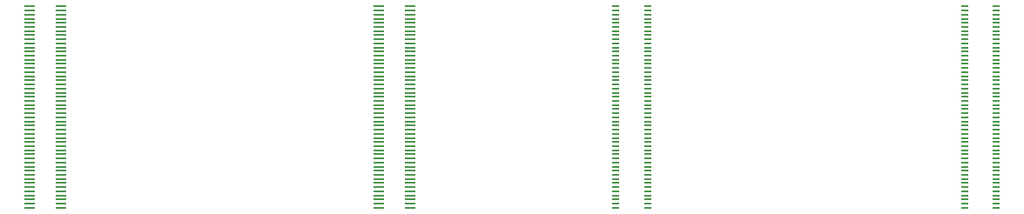
<source format=gbr>
%TF.GenerationSoftware,KiCad,Pcbnew,5.99.0-unknown-693fbf9073~128~ubuntu20.04.1*%
%TF.CreationDate,2021-05-10T18:04:36-05:00*%
%TF.ProjectId,RasPiCM4ConnectorTest,52617350-6943-44d3-9443-6f6e6e656374,rev?*%
%TF.SameCoordinates,Original*%
%TF.FileFunction,Copper,L1,Top*%
%TF.FilePolarity,Positive*%
%FSLAX46Y46*%
G04 Gerber Fmt 4.6, Leading zero omitted, Abs format (unit mm)*
G04 Created by KiCad (PCBNEW 5.99.0-unknown-693fbf9073~128~ubuntu20.04.1) date 2021-05-10 18:04:36*
%MOMM*%
%LPD*%
G01*
G04 APERTURE LIST*
%TA.AperFunction,SMDPad,CuDef*%
%ADD10R,0.700000X0.200000*%
%TD*%
%TA.AperFunction,SMDPad,CuDef*%
%ADD11R,1.000000X0.220000*%
%TD*%
G04 APERTURE END LIST*
D10*
%TO.P,Module2,200,HDMI0_SCL*%
%TO.N,unconnected-(Module2-Pad200)*%
X176460000Y-112800000D03*
%TO.P,Module2,199,HDMI0_SDA*%
%TO.N,unconnected-(Module2-Pad199)*%
X173380000Y-112800000D03*
%TO.P,Module2,198,GND*%
%TO.N,unconnected-(Module2-Pad198)*%
X176460000Y-112400000D03*
%TO.P,Module2,197,GND*%
%TO.N,unconnected-(Module2-Pad197)*%
X173380000Y-112400000D03*
%TO.P,Module2,196,DSI1_D3_P*%
%TO.N,unconnected-(Module2-Pad196)*%
X176460000Y-112000000D03*
%TO.P,Module2,195,DSI1_D2_P*%
%TO.N,unconnected-(Module2-Pad195)*%
X173380000Y-112000000D03*
%TO.P,Module2,194,DSI1_D3_N*%
%TO.N,unconnected-(Module2-Pad194)*%
X176460000Y-111600000D03*
%TO.P,Module2,193,DSI1_D2_N*%
%TO.N,unconnected-(Module2-Pad193)*%
X173380000Y-111600000D03*
%TO.P,Module2,192,GND*%
%TO.N,unconnected-(Module2-Pad192)*%
X176460000Y-111200000D03*
%TO.P,Module2,191,GND*%
%TO.N,unconnected-(Module2-Pad191)*%
X173380000Y-111200000D03*
%TO.P,Module2,190,HDMI0_CLK_N*%
%TO.N,unconnected-(Module2-Pad190)*%
X176460000Y-110800000D03*
%TO.P,Module2,189,DSI1_C_P*%
%TO.N,unconnected-(Module2-Pad189)*%
X173380000Y-110800000D03*
%TO.P,Module2,188,HDMI0_CLK_P*%
%TO.N,unconnected-(Module2-Pad188)*%
X176460000Y-110400000D03*
%TO.P,Module2,187,DSI1_C_N*%
%TO.N,unconnected-(Module2-Pad187)*%
X173380000Y-110400000D03*
%TO.P,Module2,186,GND*%
%TO.N,unconnected-(Module2-Pad186)*%
X176460000Y-110000000D03*
%TO.P,Module2,185,GND*%
%TO.N,unconnected-(Module2-Pad185)*%
X173380000Y-110000000D03*
%TO.P,Module2,184,HDMI0_TX0_N*%
%TO.N,unconnected-(Module2-Pad184)*%
X176460000Y-109600000D03*
%TO.P,Module2,183,DSI1_D1_P*%
%TO.N,unconnected-(Module2-Pad183)*%
X173380000Y-109600000D03*
%TO.P,Module2,182,HDMI0_TX0_P*%
%TO.N,unconnected-(Module2-Pad182)*%
X176460000Y-109200000D03*
%TO.P,Module2,181,DSI1_D1_N*%
%TO.N,unconnected-(Module2-Pad181)*%
X173380000Y-109200000D03*
%TO.P,Module2,180,GND*%
%TO.N,unconnected-(Module2-Pad180)*%
X176460000Y-108800000D03*
%TO.P,Module2,179,GND*%
%TO.N,unconnected-(Module2-Pad179)*%
X173380000Y-108800000D03*
%TO.P,Module2,178,HDMI0_TX1_N*%
%TO.N,unconnected-(Module2-Pad178)*%
X176460000Y-108400000D03*
%TO.P,Module2,177,DSI1_D0_P*%
%TO.N,unconnected-(Module2-Pad177)*%
X173380000Y-108400000D03*
%TO.P,Module2,176,HDMI0_TX1_P*%
%TO.N,unconnected-(Module2-Pad176)*%
X176460000Y-108000000D03*
%TO.P,Module2,175,DSI1_D0_N*%
%TO.N,unconnected-(Module2-Pad175)*%
X173380000Y-108000000D03*
%TO.P,Module2,174,GND*%
%TO.N,unconnected-(Module2-Pad174)*%
X176460000Y-107600000D03*
%TO.P,Module2,173,GND*%
%TO.N,unconnected-(Module2-Pad173)*%
X173380000Y-107600000D03*
%TO.P,Module2,172,HDMI0_TX2_N*%
%TO.N,unconnected-(Module2-Pad172)*%
X176460000Y-107200000D03*
%TO.P,Module2,171,DSI0_C_P*%
%TO.N,unconnected-(Module2-Pad171)*%
X173380000Y-107200000D03*
%TO.P,Module2,170,HDMI0_TX2_P*%
%TO.N,unconnected-(Module2-Pad170)*%
X176460000Y-106800000D03*
%TO.P,Module2,169,DSI0_C_N*%
%TO.N,unconnected-(Module2-Pad169)*%
X173380000Y-106800000D03*
%TO.P,Module2,168,GND*%
%TO.N,unconnected-(Module2-Pad168)*%
X176460000Y-106400000D03*
%TO.P,Module2,167,GND*%
%TO.N,unconnected-(Module2-Pad167)*%
X173380000Y-106400000D03*
%TO.P,Module2,166,HDMI1_CLK_N*%
%TO.N,unconnected-(Module2-Pad166)*%
X176460000Y-106000000D03*
%TO.P,Module2,165,DSI0_D1_P*%
%TO.N,unconnected-(Module2-Pad165)*%
X173380000Y-106000000D03*
%TO.P,Module2,164,HDMI1_CLK_P*%
%TO.N,unconnected-(Module2-Pad164)*%
X176460000Y-105600000D03*
%TO.P,Module2,163,DSI0_D1_N*%
%TO.N,unconnected-(Module2-Pad163)*%
X173380000Y-105600000D03*
%TO.P,Module2,162,GND*%
%TO.N,unconnected-(Module2-Pad162)*%
X176460000Y-105200000D03*
%TO.P,Module2,161,GND*%
%TO.N,unconnected-(Module2-Pad161)*%
X173380000Y-105200000D03*
%TO.P,Module2,160,HDMI1_TX0_N*%
%TO.N,unconnected-(Module2-Pad160)*%
X176460000Y-104800000D03*
%TO.P,Module2,159,DSI0_D0_P*%
%TO.N,unconnected-(Module2-Pad159)*%
X173380000Y-104800000D03*
%TO.P,Module2,158,HDMI1_TX0_P*%
%TO.N,unconnected-(Module2-Pad158)*%
X176460000Y-104400000D03*
%TO.P,Module2,157,DSI0_D0_N*%
%TO.N,unconnected-(Module2-Pad157)*%
X173380000Y-104400000D03*
%TO.P,Module2,156,GND*%
%TO.N,unconnected-(Module2-Pad156)*%
X176460000Y-104000000D03*
%TO.P,Module2,155,GND*%
%TO.N,unconnected-(Module2-Pad155)*%
X173380000Y-104000000D03*
%TO.P,Module2,154,HDMI1_TX1_N*%
%TO.N,unconnected-(Module2-Pad154)*%
X176460000Y-103600000D03*
%TO.P,Module2,153,HDMI0_HOTPLUG*%
%TO.N,unconnected-(Module2-Pad153)*%
X173380000Y-103600000D03*
%TO.P,Module2,152,HDMI1_TX1_P*%
%TO.N,unconnected-(Module2-Pad152)*%
X176460000Y-103200000D03*
%TO.P,Module2,151,HDMI0_CEC*%
%TO.N,unconnected-(Module2-Pad151)*%
X173380000Y-103200000D03*
%TO.P,Module2,150,GND*%
%TO.N,unconnected-(Module2-Pad150)*%
X176460000Y-102800000D03*
%TO.P,Module2,149,HDMI1_CEC*%
%TO.N,unconnected-(Module2-Pad149)*%
X173380000Y-102800000D03*
%TO.P,Module2,148,HDMI1_TX2_N*%
%TO.N,unconnected-(Module2-Pad148)*%
X176460000Y-102400000D03*
%TO.P,Module2,147,HDMI1_SCL*%
%TO.N,unconnected-(Module2-Pad147)*%
X173380000Y-102400000D03*
%TO.P,Module2,146,HDMI1_TX2_P*%
%TO.N,unconnected-(Module2-Pad146)*%
X176460000Y-102000000D03*
%TO.P,Module2,145,HDMI1_SDA*%
%TO.N,unconnected-(Module2-Pad145)*%
X173380000Y-102000000D03*
%TO.P,Module2,144,GND*%
%TO.N,unconnected-(Module2-Pad144)*%
X176460000Y-101600000D03*
%TO.P,Module2,143,HDMI1_HOTPLUG*%
%TO.N,unconnected-(Module2-Pad143)*%
X173380000Y-101600000D03*
%TO.P,Module2,142,CAM0_C_P*%
%TO.N,unconnected-(Module2-Pad142)*%
X176460000Y-101200000D03*
%TO.P,Module2,141,CAM1_D3_P*%
%TO.N,unconnected-(Module2-Pad141)*%
X173380000Y-101200000D03*
%TO.P,Module2,140,CAM0_C_N*%
%TO.N,unconnected-(Module2-Pad140)*%
X176460000Y-100800000D03*
%TO.P,Module2,139,CAM1_D3_N*%
%TO.N,unconnected-(Module2-Pad139)*%
X173380000Y-100800000D03*
%TO.P,Module2,138,GND*%
%TO.N,unconnected-(Module2-Pad138)*%
X176460000Y-100400000D03*
%TO.P,Module2,137,GND*%
%TO.N,unconnected-(Module2-Pad137)*%
X173380000Y-100400000D03*
%TO.P,Module2,136,CAM0_D1_P*%
%TO.N,unconnected-(Module2-Pad136)*%
X176460000Y-100000000D03*
%TO.P,Module2,135,CAM1_D2_P*%
%TO.N,unconnected-(Module2-Pad135)*%
X173380000Y-100000000D03*
%TO.P,Module2,134,CAM0_D1_N*%
%TO.N,unconnected-(Module2-Pad134)*%
X176460000Y-99600000D03*
%TO.P,Module2,133,CAM1_D2_N*%
%TO.N,unconnected-(Module2-Pad133)*%
X173380000Y-99600000D03*
%TO.P,Module2,132,GND*%
%TO.N,unconnected-(Module2-Pad132)*%
X176460000Y-99200000D03*
%TO.P,Module2,131,GND*%
%TO.N,unconnected-(Module2-Pad131)*%
X173380000Y-99200000D03*
%TO.P,Module2,130,CAM0_D0_P*%
%TO.N,unconnected-(Module2-Pad130)*%
X176460000Y-98800000D03*
%TO.P,Module2,129,CAM1_C_P*%
%TO.N,unconnected-(Module2-Pad129)*%
X173380000Y-98800000D03*
%TO.P,Module2,128,CAM0_D0_N*%
%TO.N,unconnected-(Module2-Pad128)*%
X176460000Y-98400000D03*
%TO.P,Module2,127,CAM1_C_N*%
%TO.N,unconnected-(Module2-Pad127)*%
X173380000Y-98400000D03*
%TO.P,Module2,126,GND*%
%TO.N,unconnected-(Module2-Pad126)*%
X176460000Y-98000000D03*
%TO.P,Module2,125,GND*%
%TO.N,unconnected-(Module2-Pad125)*%
X173380000Y-98000000D03*
%TO.P,Module2,124,PCIe_TX_N*%
%TO.N,unconnected-(Module2-Pad124)*%
X176460000Y-97600000D03*
%TO.P,Module2,123,CAM1_D1_P*%
%TO.N,unconnected-(Module2-Pad123)*%
X173380000Y-97600000D03*
%TO.P,Module2,122,PCIe_TX_P*%
%TO.N,unconnected-(Module2-Pad122)*%
X176460000Y-97200000D03*
%TO.P,Module2,121,CAM1_D1_N*%
%TO.N,unconnected-(Module2-Pad121)*%
X173380000Y-97200000D03*
%TO.P,Module2,120,GND*%
%TO.N,unconnected-(Module2-Pad120)*%
X176460000Y-96800000D03*
%TO.P,Module2,119,GND*%
%TO.N,unconnected-(Module2-Pad119)*%
X173380000Y-96800000D03*
%TO.P,Module2,118,PCIe_RX_N*%
%TO.N,unconnected-(Module2-Pad118)*%
X176460000Y-96400000D03*
%TO.P,Module2,117,CAM1_D0_P*%
%TO.N,unconnected-(Module2-Pad117)*%
X173380000Y-96400000D03*
%TO.P,Module2,116,PCIe_RX_P*%
%TO.N,unconnected-(Module2-Pad116)*%
X176460000Y-96000000D03*
%TO.P,Module2,115,CAM1_D0_N*%
%TO.N,unconnected-(Module2-Pad115)*%
X173380000Y-96000000D03*
%TO.P,Module2,114,GND*%
%TO.N,unconnected-(Module2-Pad114)*%
X176460000Y-95600000D03*
%TO.P,Module2,113,GND*%
%TO.N,unconnected-(Module2-Pad113)*%
X173380000Y-95600000D03*
%TO.P,Module2,112,PCIe_CLK_N*%
%TO.N,unconnected-(Module2-Pad112)*%
X176460000Y-95200000D03*
%TO.P,Module2,111,VDAC_COMP*%
%TO.N,unconnected-(Module2-Pad111)*%
X173380000Y-95200000D03*
%TO.P,Module2,110,PCIe_CLK_P*%
%TO.N,unconnected-(Module2-Pad110)*%
X176460000Y-94800000D03*
%TO.P,Module2,109,PCIe_nRST*%
%TO.N,unconnected-(Module2-Pad109)*%
X173380000Y-94800000D03*
%TO.P,Module2,108,GND*%
%TO.N,unconnected-(Module2-Pad108)*%
X176460000Y-94400000D03*
%TO.P,Module2,107,GND*%
%TO.N,unconnected-(Module2-Pad107)*%
X173380000Y-94400000D03*
%TO.P,Module2,106,Reserved*%
%TO.N,unconnected-(Module2-Pad106)*%
X176460000Y-94000000D03*
%TO.P,Module2,105,USB2_P*%
%TO.N,unconnected-(Module2-Pad105)*%
X173380000Y-94000000D03*
%TO.P,Module2,104,Reserved*%
%TO.N,unconnected-(Module2-Pad104)*%
X176460000Y-93600000D03*
%TO.P,Module2,103,USB2_N*%
%TO.N,unconnected-(Module2-Pad103)*%
X173380000Y-93600000D03*
%TO.P,Module2,102,PCIe_CLK_nREQ*%
%TO.N,unconnected-(Module2-Pad102)*%
X176460000Y-93200000D03*
%TO.P,Module2,101,USB_OTG_ID*%
%TO.N,unconnected-(Module2-Pad101)*%
X173380000Y-93200000D03*
%TO.P,Module2,100,nEXTRST*%
%TO.N,unconnected-(Module2-Pad100)*%
X142540000Y-112800000D03*
%TO.P,Module2,99,Global_EN*%
%TO.N,unconnected-(Module2-Pad99)*%
X139460000Y-112800000D03*
%TO.P,Module2,98,GND*%
%TO.N,unconnected-(Module2-Pad98)*%
X142540000Y-112400000D03*
%TO.P,Module2,97,Camera_GPIO*%
%TO.N,unconnected-(Module2-Pad97)*%
X139460000Y-112400000D03*
%TO.P,Module2,96,AnalogIP1*%
%TO.N,unconnected-(Module2-Pad96)*%
X142540000Y-112000000D03*
%TO.P,Module2,95,nPI_LED_PWR*%
%TO.N,unconnected-(Module2-Pad95)*%
X139460000Y-112000000D03*
%TO.P,Module2,94,AnalogIP0*%
%TO.N,unconnected-(Module2-Pad94)*%
X142540000Y-111600000D03*
%TO.P,Module2,93,nRPIBOOT*%
%TO.N,unconnected-(Module2-Pad93)*%
X139460000Y-111600000D03*
%TO.P,Module2,92,RUN_PG*%
%TO.N,unconnected-(Module2-Pad92)*%
X142540000Y-111200000D03*
%TO.P,Module2,91,BT_nDisable*%
%TO.N,unconnected-(Module2-Pad91)*%
X139460000Y-111200000D03*
%TO.P,Module2,90,+1.8v_(Output)*%
%TO.N,unconnected-(Module2-Pad90)*%
X142540000Y-110800000D03*
%TO.P,Module2,89,WiFi_nDisable*%
%TO.N,unconnected-(Module2-Pad89)*%
X139460000Y-110800000D03*
%TO.P,Module2,88,+1.8v_(Output)*%
%TO.N,unconnected-(Module2-Pad88)*%
X142540000Y-110400000D03*
%TO.P,Module2,87,+5v_(Input)*%
%TO.N,unconnected-(Module2-Pad87)*%
X139460000Y-110400000D03*
%TO.P,Module2,86,+3.3v_(Output)*%
%TO.N,unconnected-(Module2-Pad86)*%
X142540000Y-110000000D03*
%TO.P,Module2,85,+5v_(Input)*%
%TO.N,unconnected-(Module2-Pad85)*%
X139460000Y-110000000D03*
%TO.P,Module2,84,+3.3v_(Output)*%
%TO.N,unconnected-(Module2-Pad84)*%
X142540000Y-109600000D03*
%TO.P,Module2,83,+5v_(Input)*%
%TO.N,unconnected-(Module2-Pad83)*%
X139460000Y-109600000D03*
%TO.P,Module2,82,SDA0*%
%TO.N,unconnected-(Module2-Pad82)*%
X142540000Y-109200000D03*
%TO.P,Module2,81,+5v_(Input)*%
%TO.N,unconnected-(Module2-Pad81)*%
X139460000Y-109200000D03*
%TO.P,Module2,80,SCL0*%
%TO.N,unconnected-(Module2-Pad80)*%
X142540000Y-108800000D03*
%TO.P,Module2,79,+5v_(Input)*%
%TO.N,unconnected-(Module2-Pad79)*%
X139460000Y-108800000D03*
%TO.P,Module2,78,GPIO_VREF(1.8v/3.3v_Input)*%
%TO.N,unconnected-(Module2-Pad78)*%
X142540000Y-108400000D03*
%TO.P,Module2,77,+5v_(Input)*%
%TO.N,unconnected-(Module2-Pad77)*%
X139460000Y-108400000D03*
%TO.P,Module2,76,Reserved*%
%TO.N,unconnected-(Module2-Pad76)*%
X142540000Y-108000000D03*
%TO.P,Module2,75,SD_PWR_ON*%
%TO.N,unconnected-(Module2-Pad75)*%
X139460000Y-108000000D03*
%TO.P,Module2,74,GND*%
%TO.N,unconnected-(Module2-Pad74)*%
X142540000Y-107600000D03*
%TO.P,Module2,73,SD_VDD_Override*%
%TO.N,unconnected-(Module2-Pad73)*%
X139460000Y-107600000D03*
%TO.P,Module2,72,SD_DAT6*%
%TO.N,unconnected-(Module2-Pad72)*%
X142540000Y-107200000D03*
%TO.P,Module2,71,GND*%
%TO.N,unconnected-(Module2-Pad71)*%
X139460000Y-107200000D03*
%TO.P,Module2,70,SD_DAT7*%
%TO.N,unconnected-(Module2-Pad70)*%
X142540000Y-106800000D03*
%TO.P,Module2,69,SD_DAT2*%
%TO.N,unconnected-(Module2-Pad69)*%
X139460000Y-106800000D03*
%TO.P,Module2,68,SD_DAT4*%
%TO.N,unconnected-(Module2-Pad68)*%
X142540000Y-106400000D03*
%TO.P,Module2,67,SD_DAT1*%
%TO.N,unconnected-(Module2-Pad67)*%
X139460000Y-106400000D03*
%TO.P,Module2,66,GND*%
%TO.N,unconnected-(Module2-Pad66)*%
X142540000Y-106000000D03*
%TO.P,Module2,65,GND*%
%TO.N,unconnected-(Module2-Pad65)*%
X139460000Y-106000000D03*
%TO.P,Module2,64,SD_DAT5*%
%TO.N,unconnected-(Module2-Pad64)*%
X142540000Y-105600000D03*
%TO.P,Module2,63,SD_DAT0*%
%TO.N,unconnected-(Module2-Pad63)*%
X139460000Y-105600000D03*
%TO.P,Module2,62,SD_CMD*%
%TO.N,unconnected-(Module2-Pad62)*%
X142540000Y-105200000D03*
%TO.P,Module2,61,SD_DAT3*%
%TO.N,unconnected-(Module2-Pad61)*%
X139460000Y-105200000D03*
%TO.P,Module2,60,GND*%
%TO.N,unconnected-(Module2-Pad60)*%
X142540000Y-104800000D03*
%TO.P,Module2,59,GND*%
%TO.N,unconnected-(Module2-Pad59)*%
X139460000Y-104800000D03*
%TO.P,Module2,58,GPIO2*%
%TO.N,unconnected-(Module2-Pad58)*%
X142540000Y-104400000D03*
%TO.P,Module2,57,SD_CLK*%
%TO.N,unconnected-(Module2-Pad57)*%
X139460000Y-104400000D03*
%TO.P,Module2,56,GPIO3*%
%TO.N,unconnected-(Module2-Pad56)*%
X142540000Y-104000000D03*
%TO.P,Module2,55,GPIO14*%
%TO.N,unconnected-(Module2-Pad55)*%
X139460000Y-104000000D03*
%TO.P,Module2,54,GPIO4*%
%TO.N,unconnected-(Module2-Pad54)*%
X142540000Y-103600000D03*
%TO.P,Module2,53,GND*%
%TO.N,unconnected-(Module2-Pad53)*%
X139460000Y-103600000D03*
%TO.P,Module2,52,GND*%
%TO.N,unconnected-(Module2-Pad52)*%
X142540000Y-103200000D03*
%TO.P,Module2,51,GPIO15*%
%TO.N,unconnected-(Module2-Pad51)*%
X139460000Y-103200000D03*
%TO.P,Module2,50,GPIO17*%
%TO.N,unconnected-(Module2-Pad50)*%
X142540000Y-102800000D03*
%TO.P,Module2,49,GPIO18*%
%TO.N,unconnected-(Module2-Pad49)*%
X139460000Y-102800000D03*
%TO.P,Module2,48,GPIO27*%
%TO.N,unconnected-(Module2-Pad48)*%
X142540000Y-102400000D03*
%TO.P,Module2,47,GPIO23*%
%TO.N,unconnected-(Module2-Pad47)*%
X139460000Y-102400000D03*
%TO.P,Module2,46,GPIO22*%
%TO.N,unconnected-(Module2-Pad46)*%
X142540000Y-102000000D03*
%TO.P,Module2,45,GPIO24*%
%TO.N,unconnected-(Module2-Pad45)*%
X139460000Y-102000000D03*
%TO.P,Module2,44,GPIO10*%
%TO.N,unconnected-(Module2-Pad44)*%
X142540000Y-101600000D03*
%TO.P,Module2,43,GND*%
%TO.N,unconnected-(Module2-Pad43)*%
X139460000Y-101600000D03*
%TO.P,Module2,42,GND*%
%TO.N,unconnected-(Module2-Pad42)*%
X142540000Y-101200000D03*
%TO.P,Module2,41,GPIO25*%
%TO.N,unconnected-(Module2-Pad41)*%
X139460000Y-101200000D03*
%TO.P,Module2,40,GPIO9*%
%TO.N,unconnected-(Module2-Pad40)*%
X142540000Y-100800000D03*
%TO.P,Module2,39,GPIO8*%
%TO.N,unconnected-(Module2-Pad39)*%
X139460000Y-100800000D03*
%TO.P,Module2,38,GPIO11*%
%TO.N,unconnected-(Module2-Pad38)*%
X142540000Y-100400000D03*
%TO.P,Module2,37,GPIO7*%
%TO.N,unconnected-(Module2-Pad37)*%
X139460000Y-100400000D03*
%TO.P,Module2,36,ID_SD*%
%TO.N,unconnected-(Module2-Pad36)*%
X142540000Y-100000000D03*
%TO.P,Module2,35,ID_SC*%
%TO.N,unconnected-(Module2-Pad35)*%
X139460000Y-100000000D03*
%TO.P,Module2,34,GPIO5*%
%TO.N,unconnected-(Module2-Pad34)*%
X142540000Y-99600000D03*
%TO.P,Module2,33,GND*%
%TO.N,unconnected-(Module2-Pad33)*%
X139460000Y-99600000D03*
%TO.P,Module2,32,GND*%
%TO.N,unconnected-(Module2-Pad32)*%
X142540000Y-99200000D03*
%TO.P,Module2,31,GPIO12*%
%TO.N,unconnected-(Module2-Pad31)*%
X139460000Y-99200000D03*
%TO.P,Module2,30,GPIO6*%
%TO.N,unconnected-(Module2-Pad30)*%
X142540000Y-98800000D03*
%TO.P,Module2,29,GPIO16*%
%TO.N,unconnected-(Module2-Pad29)*%
X139460000Y-98800000D03*
%TO.P,Module2,28,GPIO13*%
%TO.N,unconnected-(Module2-Pad28)*%
X142540000Y-98400000D03*
%TO.P,Module2,27,GPIO20*%
%TO.N,unconnected-(Module2-Pad27)*%
X139460000Y-98400000D03*
%TO.P,Module2,26,GPIO19*%
%TO.N,unconnected-(Module2-Pad26)*%
X142540000Y-98000000D03*
%TO.P,Module2,25,GPIO21*%
%TO.N,unconnected-(Module2-Pad25)*%
X139460000Y-98000000D03*
%TO.P,Module2,24,GPIO26*%
%TO.N,unconnected-(Module2-Pad24)*%
X142540000Y-97600000D03*
%TO.P,Module2,23,GND*%
%TO.N,unconnected-(Module2-Pad23)*%
X139460000Y-97600000D03*
%TO.P,Module2,22,GND*%
%TO.N,unconnected-(Module2-Pad22)*%
X142540000Y-97200000D03*
%TO.P,Module2,21,PI_nLED_Activity*%
%TO.N,unconnected-(Module2-Pad21)*%
X139460000Y-97200000D03*
%TO.P,Module2,20,EEPROM_nWP*%
%TO.N,unconnected-(Module2-Pad20)*%
X142540000Y-96800000D03*
%TO.P,Module2,19,Ethernet_nLED1(3.3v)*%
%TO.N,unconnected-(Module2-Pad19)*%
X139460000Y-96800000D03*
%TO.P,Module2,18,Ethernet_SYNC_OUT(1.8v)*%
%TO.N,unconnected-(Module2-Pad18)*%
X142540000Y-96400000D03*
%TO.P,Module2,17,Ethernet_nLED2(3.3v)*%
%TO.N,unconnected-(Module2-Pad17)*%
X139460000Y-96400000D03*
%TO.P,Module2,16,Ethernet_SYNC_IN(1.8v)*%
%TO.N,unconnected-(Module2-Pad16)*%
X142540000Y-96000000D03*
%TO.P,Module2,15,Ethernet_nLED3(3.3v)*%
%TO.N,unconnected-(Module2-Pad15)*%
X139460000Y-96000000D03*
%TO.P,Module2,14,GND*%
%TO.N,unconnected-(Module2-Pad14)*%
X142540000Y-95600000D03*
%TO.P,Module2,13,GND*%
%TO.N,unconnected-(Module2-Pad13)*%
X139460000Y-95600000D03*
%TO.P,Module2,12,Ethernet_Pair0_P*%
%TO.N,unconnected-(Module2-Pad12)*%
X142540000Y-95200000D03*
%TO.P,Module2,11,Ethernet_Pair2_P*%
%TO.N,unconnected-(Module2-Pad11)*%
X139460000Y-95200000D03*
%TO.P,Module2,10,Ethernet_Pair0_N*%
%TO.N,unconnected-(Module2-Pad10)*%
X142540000Y-94800000D03*
%TO.P,Module2,9,Ethernet_Pair2_N*%
%TO.N,unconnected-(Module2-Pad9)*%
X139460000Y-94800000D03*
%TO.P,Module2,8,GND*%
%TO.N,unconnected-(Module2-Pad8)*%
X142540000Y-94400000D03*
%TO.P,Module2,7,GND*%
%TO.N,unconnected-(Module2-Pad7)*%
X139460000Y-94400000D03*
%TO.P,Module2,6,Ethernet_Pair1_N*%
%TO.N,unconnected-(Module2-Pad6)*%
X142540000Y-94000000D03*
%TO.P,Module2,5,Ethernet_Pair3_N*%
%TO.N,unconnected-(Module2-Pad5)*%
X139460000Y-94000000D03*
%TO.P,Module2,4,Ethernet_Pair1_P*%
%TO.N,unconnected-(Module2-Pad4)*%
X142540000Y-93600000D03*
%TO.P,Module2,3,Ethernet_Pair3_P*%
%TO.N,unconnected-(Module2-Pad3)*%
X139460000Y-93600000D03*
%TO.P,Module2,2,GND*%
%TO.N,unconnected-(Module2-Pad2)*%
X142540000Y-93200000D03*
%TO.P,Module2,1,GND*%
%TO.N,unconnected-(Module2-Pad1)*%
X139460000Y-93200000D03*
%TD*%
D11*
%TO.P,Module1,1,GND*%
%TO.N,unconnected-(Module1-Pad1)*%
X82460000Y-93200000D03*
%TO.P,Module1,2,GND*%
%TO.N,unconnected-(Module1-Pad2)*%
X85540000Y-93200000D03*
%TO.P,Module1,3,Ethernet_Pair3_P*%
%TO.N,unconnected-(Module1-Pad3)*%
X82460000Y-93600000D03*
%TO.P,Module1,4,Ethernet_Pair1_P*%
%TO.N,unconnected-(Module1-Pad4)*%
X85540000Y-93600000D03*
%TO.P,Module1,5,Ethernet_Pair3_N*%
%TO.N,unconnected-(Module1-Pad5)*%
X82460000Y-94000000D03*
%TO.P,Module1,6,Ethernet_Pair1_N*%
%TO.N,unconnected-(Module1-Pad6)*%
X85540000Y-94000000D03*
%TO.P,Module1,7,GND*%
%TO.N,unconnected-(Module1-Pad7)*%
X82460000Y-94400000D03*
%TO.P,Module1,8,GND*%
%TO.N,unconnected-(Module1-Pad8)*%
X85540000Y-94400000D03*
%TO.P,Module1,9,Ethernet_Pair2_N*%
%TO.N,unconnected-(Module1-Pad9)*%
X82460000Y-94800000D03*
%TO.P,Module1,10,Ethernet_Pair0_N*%
%TO.N,unconnected-(Module1-Pad10)*%
X85540000Y-94800000D03*
%TO.P,Module1,11,Ethernet_Pair2_P*%
%TO.N,unconnected-(Module1-Pad11)*%
X82460000Y-95200000D03*
%TO.P,Module1,12,Ethernet_Pair0_P*%
%TO.N,unconnected-(Module1-Pad12)*%
X85540000Y-95200000D03*
%TO.P,Module1,13,GND*%
%TO.N,unconnected-(Module1-Pad13)*%
X82460000Y-95600000D03*
%TO.P,Module1,14,GND*%
%TO.N,unconnected-(Module1-Pad14)*%
X85540000Y-95600000D03*
%TO.P,Module1,15,Ethernet_nLED3(3.3v)*%
%TO.N,unconnected-(Module1-Pad15)*%
X82460000Y-96000000D03*
%TO.P,Module1,16,Ethernet_SYNC_IN(1.8v)*%
%TO.N,unconnected-(Module1-Pad16)*%
X85540000Y-96000000D03*
%TO.P,Module1,17,Ethernet_nLED2(3.3v)*%
%TO.N,unconnected-(Module1-Pad17)*%
X82460000Y-96400000D03*
%TO.P,Module1,18,Ethernet_SYNC_OUT(1.8v)*%
%TO.N,unconnected-(Module1-Pad18)*%
X85540000Y-96400000D03*
%TO.P,Module1,19,Ethernet_nLED1(3.3v)*%
%TO.N,unconnected-(Module1-Pad19)*%
X82460000Y-96800000D03*
%TO.P,Module1,20,EEPROM_nWP*%
%TO.N,unconnected-(Module1-Pad20)*%
X85540000Y-96800000D03*
%TO.P,Module1,21,PI_nLED_Activity*%
%TO.N,unconnected-(Module1-Pad21)*%
X82460000Y-97200000D03*
%TO.P,Module1,22,GND*%
%TO.N,unconnected-(Module1-Pad22)*%
X85540000Y-97200000D03*
%TO.P,Module1,23,GND*%
%TO.N,unconnected-(Module1-Pad23)*%
X82460000Y-97600000D03*
%TO.P,Module1,24,GPIO26*%
%TO.N,unconnected-(Module1-Pad24)*%
X85540000Y-97600000D03*
%TO.P,Module1,25,GPIO21*%
%TO.N,unconnected-(Module1-Pad25)*%
X82460000Y-98000000D03*
%TO.P,Module1,26,GPIO19*%
%TO.N,unconnected-(Module1-Pad26)*%
X85540000Y-98000000D03*
%TO.P,Module1,27,GPIO20*%
%TO.N,unconnected-(Module1-Pad27)*%
X82460000Y-98400000D03*
%TO.P,Module1,28,GPIO13*%
%TO.N,unconnected-(Module1-Pad28)*%
X85540000Y-98400000D03*
%TO.P,Module1,29,GPIO16*%
%TO.N,unconnected-(Module1-Pad29)*%
X82460000Y-98800000D03*
%TO.P,Module1,30,GPIO6*%
%TO.N,unconnected-(Module1-Pad30)*%
X85540000Y-98800000D03*
%TO.P,Module1,31,GPIO12*%
%TO.N,unconnected-(Module1-Pad31)*%
X82460000Y-99200000D03*
%TO.P,Module1,32,GND*%
%TO.N,unconnected-(Module1-Pad32)*%
X85540000Y-99200000D03*
%TO.P,Module1,33,GND*%
%TO.N,unconnected-(Module1-Pad33)*%
X82460000Y-99600000D03*
%TO.P,Module1,34,GPIO5*%
%TO.N,unconnected-(Module1-Pad34)*%
X85540000Y-99600000D03*
%TO.P,Module1,35,ID_SC*%
%TO.N,unconnected-(Module1-Pad35)*%
X82460000Y-100000000D03*
%TO.P,Module1,36,ID_SD*%
%TO.N,unconnected-(Module1-Pad36)*%
X85540000Y-100000000D03*
%TO.P,Module1,37,GPIO7*%
%TO.N,unconnected-(Module1-Pad37)*%
X82460000Y-100400000D03*
%TO.P,Module1,38,GPIO11*%
%TO.N,unconnected-(Module1-Pad38)*%
X85540000Y-100400000D03*
%TO.P,Module1,39,GPIO8*%
%TO.N,unconnected-(Module1-Pad39)*%
X82460000Y-100800000D03*
%TO.P,Module1,40,GPIO9*%
%TO.N,unconnected-(Module1-Pad40)*%
X85540000Y-100800000D03*
%TO.P,Module1,41,GPIO25*%
%TO.N,unconnected-(Module1-Pad41)*%
X82460000Y-101200000D03*
%TO.P,Module1,42,GND*%
%TO.N,unconnected-(Module1-Pad42)*%
X85540000Y-101200000D03*
%TO.P,Module1,43,GND*%
%TO.N,unconnected-(Module1-Pad43)*%
X82460000Y-101600000D03*
%TO.P,Module1,44,GPIO10*%
%TO.N,unconnected-(Module1-Pad44)*%
X85540000Y-101600000D03*
%TO.P,Module1,45,GPIO24*%
%TO.N,unconnected-(Module1-Pad45)*%
X82460000Y-102000000D03*
%TO.P,Module1,46,GPIO22*%
%TO.N,unconnected-(Module1-Pad46)*%
X85540000Y-102000000D03*
%TO.P,Module1,47,GPIO23*%
%TO.N,unconnected-(Module1-Pad47)*%
X82460000Y-102400000D03*
%TO.P,Module1,48,GPIO27*%
%TO.N,unconnected-(Module1-Pad48)*%
X85540000Y-102400000D03*
%TO.P,Module1,49,GPIO18*%
%TO.N,unconnected-(Module1-Pad49)*%
X82460000Y-102800000D03*
%TO.P,Module1,50,GPIO17*%
%TO.N,unconnected-(Module1-Pad50)*%
X85540000Y-102800000D03*
%TO.P,Module1,51,GPIO15*%
%TO.N,unconnected-(Module1-Pad51)*%
X82460000Y-103200000D03*
%TO.P,Module1,52,GND*%
%TO.N,unconnected-(Module1-Pad52)*%
X85540000Y-103200000D03*
%TO.P,Module1,53,GND*%
%TO.N,unconnected-(Module1-Pad53)*%
X82460000Y-103600000D03*
%TO.P,Module1,54,GPIO4*%
%TO.N,unconnected-(Module1-Pad54)*%
X85540000Y-103600000D03*
%TO.P,Module1,55,GPIO14*%
%TO.N,unconnected-(Module1-Pad55)*%
X82460000Y-104000000D03*
%TO.P,Module1,56,GPIO3*%
%TO.N,unconnected-(Module1-Pad56)*%
X85540000Y-104000000D03*
%TO.P,Module1,57,SD_CLK*%
%TO.N,unconnected-(Module1-Pad57)*%
X82460000Y-104400000D03*
%TO.P,Module1,58,GPIO2*%
%TO.N,unconnected-(Module1-Pad58)*%
X85540000Y-104400000D03*
%TO.P,Module1,59,GND*%
%TO.N,unconnected-(Module1-Pad59)*%
X82460000Y-104800000D03*
%TO.P,Module1,60,GND*%
%TO.N,unconnected-(Module1-Pad60)*%
X85540000Y-104800000D03*
%TO.P,Module1,61,SD_DAT3*%
%TO.N,unconnected-(Module1-Pad61)*%
X82460000Y-105200000D03*
%TO.P,Module1,62,SD_CMD*%
%TO.N,unconnected-(Module1-Pad62)*%
X85540000Y-105200000D03*
%TO.P,Module1,63,SD_DAT0*%
%TO.N,unconnected-(Module1-Pad63)*%
X82460000Y-105600000D03*
%TO.P,Module1,64,SD_DAT5*%
%TO.N,unconnected-(Module1-Pad64)*%
X85540000Y-105600000D03*
%TO.P,Module1,65,GND*%
%TO.N,unconnected-(Module1-Pad65)*%
X82460000Y-106000000D03*
%TO.P,Module1,66,GND*%
%TO.N,unconnected-(Module1-Pad66)*%
X85540000Y-106000000D03*
%TO.P,Module1,67,SD_DAT1*%
%TO.N,unconnected-(Module1-Pad67)*%
X82460000Y-106400000D03*
%TO.P,Module1,68,SD_DAT4*%
%TO.N,unconnected-(Module1-Pad68)*%
X85540000Y-106400000D03*
%TO.P,Module1,69,SD_DAT2*%
%TO.N,unconnected-(Module1-Pad69)*%
X82460000Y-106800000D03*
%TO.P,Module1,70,SD_DAT7*%
%TO.N,unconnected-(Module1-Pad70)*%
X85540000Y-106800000D03*
%TO.P,Module1,71,GND*%
%TO.N,unconnected-(Module1-Pad71)*%
X82460000Y-107200000D03*
%TO.P,Module1,72,SD_DAT6*%
%TO.N,unconnected-(Module1-Pad72)*%
X85540000Y-107200000D03*
%TO.P,Module1,73,SD_VDD_Override*%
%TO.N,unconnected-(Module1-Pad73)*%
X82460000Y-107600000D03*
%TO.P,Module1,74,GND*%
%TO.N,unconnected-(Module1-Pad74)*%
X85540000Y-107600000D03*
%TO.P,Module1,75,SD_PWR_ON*%
%TO.N,unconnected-(Module1-Pad75)*%
X82460000Y-108000000D03*
%TO.P,Module1,76,Reserved*%
%TO.N,unconnected-(Module1-Pad76)*%
X85540000Y-108000000D03*
%TO.P,Module1,77,+5v_(Input)*%
%TO.N,unconnected-(Module1-Pad77)*%
X82460000Y-108400000D03*
%TO.P,Module1,78,GPIO_VREF(1.8v/3.3v_Input)*%
%TO.N,unconnected-(Module1-Pad78)*%
X85540000Y-108400000D03*
%TO.P,Module1,79,+5v_(Input)*%
%TO.N,unconnected-(Module1-Pad79)*%
X82460000Y-108800000D03*
%TO.P,Module1,80,SCL0*%
%TO.N,unconnected-(Module1-Pad80)*%
X85540000Y-108800000D03*
%TO.P,Module1,81,+5v_(Input)*%
%TO.N,unconnected-(Module1-Pad81)*%
X82460000Y-109200000D03*
%TO.P,Module1,82,SDA0*%
%TO.N,unconnected-(Module1-Pad82)*%
X85540000Y-109200000D03*
%TO.P,Module1,83,+5v_(Input)*%
%TO.N,unconnected-(Module1-Pad83)*%
X82460000Y-109600000D03*
%TO.P,Module1,84,+3.3v_(Output)*%
%TO.N,unconnected-(Module1-Pad84)*%
X85540000Y-109600000D03*
%TO.P,Module1,85,+5v_(Input)*%
%TO.N,unconnected-(Module1-Pad85)*%
X82460000Y-110000000D03*
%TO.P,Module1,86,+3.3v_(Output)*%
%TO.N,unconnected-(Module1-Pad86)*%
X85540000Y-110000000D03*
%TO.P,Module1,87,+5v_(Input)*%
%TO.N,unconnected-(Module1-Pad87)*%
X82460000Y-110400000D03*
%TO.P,Module1,88,+1.8v_(Output)*%
%TO.N,unconnected-(Module1-Pad88)*%
X85540000Y-110400000D03*
%TO.P,Module1,89,WiFi_nDisable*%
%TO.N,unconnected-(Module1-Pad89)*%
X82460000Y-110800000D03*
%TO.P,Module1,90,+1.8v_(Output)*%
%TO.N,unconnected-(Module1-Pad90)*%
X85540000Y-110800000D03*
%TO.P,Module1,91,BT_nDisable*%
%TO.N,unconnected-(Module1-Pad91)*%
X82460000Y-111200000D03*
%TO.P,Module1,92,RUN_PG*%
%TO.N,unconnected-(Module1-Pad92)*%
X85540000Y-111200000D03*
%TO.P,Module1,93,nRPIBOOT*%
%TO.N,unconnected-(Module1-Pad93)*%
X82460000Y-111600000D03*
%TO.P,Module1,94,AnalogIP0*%
%TO.N,unconnected-(Module1-Pad94)*%
X85540000Y-111600000D03*
%TO.P,Module1,95,nPI_LED_PWR*%
%TO.N,unconnected-(Module1-Pad95)*%
X82460000Y-112000000D03*
%TO.P,Module1,96,AnalogIP1*%
%TO.N,unconnected-(Module1-Pad96)*%
X85540000Y-112000000D03*
%TO.P,Module1,97,Camera_GPIO*%
%TO.N,unconnected-(Module1-Pad97)*%
X82460000Y-112400000D03*
%TO.P,Module1,98,GND*%
%TO.N,unconnected-(Module1-Pad98)*%
X85540000Y-112400000D03*
%TO.P,Module1,99,Global_EN*%
%TO.N,unconnected-(Module1-Pad99)*%
X82460000Y-112800000D03*
%TO.P,Module1,100,nEXTRST*%
%TO.N,unconnected-(Module1-Pad100)*%
X85540000Y-112800000D03*
%TO.P,Module1,101,USB_OTG_ID*%
%TO.N,unconnected-(Module1-Pad101)*%
X116380000Y-93200000D03*
%TO.P,Module1,102,PCIe_CLK_nREQ*%
%TO.N,unconnected-(Module1-Pad102)*%
X119460000Y-93200000D03*
%TO.P,Module1,103,USB2_N*%
%TO.N,unconnected-(Module1-Pad103)*%
X116380000Y-93600000D03*
%TO.P,Module1,104,Reserved*%
%TO.N,unconnected-(Module1-Pad104)*%
X119460000Y-93600000D03*
%TO.P,Module1,105,USB2_P*%
%TO.N,unconnected-(Module1-Pad105)*%
X116380000Y-94000000D03*
%TO.P,Module1,106,Reserved*%
%TO.N,unconnected-(Module1-Pad106)*%
X119460000Y-94000000D03*
%TO.P,Module1,107,GND*%
%TO.N,unconnected-(Module1-Pad107)*%
X116380000Y-94400000D03*
%TO.P,Module1,108,GND*%
%TO.N,unconnected-(Module1-Pad108)*%
X119460000Y-94400000D03*
%TO.P,Module1,109,PCIe_nRST*%
%TO.N,unconnected-(Module1-Pad109)*%
X116380000Y-94800000D03*
%TO.P,Module1,110,PCIe_CLK_P*%
%TO.N,unconnected-(Module1-Pad110)*%
X119460000Y-94800000D03*
%TO.P,Module1,111,VDAC_COMP*%
%TO.N,unconnected-(Module1-Pad111)*%
X116380000Y-95200000D03*
%TO.P,Module1,112,PCIe_CLK_N*%
%TO.N,unconnected-(Module1-Pad112)*%
X119460000Y-95200000D03*
%TO.P,Module1,113,GND*%
%TO.N,unconnected-(Module1-Pad113)*%
X116380000Y-95600000D03*
%TO.P,Module1,114,GND*%
%TO.N,unconnected-(Module1-Pad114)*%
X119460000Y-95600000D03*
%TO.P,Module1,115,CAM1_D0_N*%
%TO.N,unconnected-(Module1-Pad115)*%
X116380000Y-96000000D03*
%TO.P,Module1,116,PCIe_RX_P*%
%TO.N,unconnected-(Module1-Pad116)*%
X119460000Y-96000000D03*
%TO.P,Module1,117,CAM1_D0_P*%
%TO.N,unconnected-(Module1-Pad117)*%
X116380000Y-96400000D03*
%TO.P,Module1,118,PCIe_RX_N*%
%TO.N,unconnected-(Module1-Pad118)*%
X119460000Y-96400000D03*
%TO.P,Module1,119,GND*%
%TO.N,unconnected-(Module1-Pad119)*%
X116380000Y-96800000D03*
%TO.P,Module1,120,GND*%
%TO.N,unconnected-(Module1-Pad120)*%
X119460000Y-96800000D03*
%TO.P,Module1,121,CAM1_D1_N*%
%TO.N,unconnected-(Module1-Pad121)*%
X116380000Y-97200000D03*
%TO.P,Module1,122,PCIe_TX_P*%
%TO.N,unconnected-(Module1-Pad122)*%
X119460000Y-97200000D03*
%TO.P,Module1,123,CAM1_D1_P*%
%TO.N,unconnected-(Module1-Pad123)*%
X116380000Y-97600000D03*
%TO.P,Module1,124,PCIe_TX_N*%
%TO.N,unconnected-(Module1-Pad124)*%
X119460000Y-97600000D03*
%TO.P,Module1,125,GND*%
%TO.N,unconnected-(Module1-Pad125)*%
X116380000Y-98000000D03*
%TO.P,Module1,126,GND*%
%TO.N,unconnected-(Module1-Pad126)*%
X119460000Y-98000000D03*
%TO.P,Module1,127,CAM1_C_N*%
%TO.N,unconnected-(Module1-Pad127)*%
X116380000Y-98400000D03*
%TO.P,Module1,128,CAM0_D0_N*%
%TO.N,unconnected-(Module1-Pad128)*%
X119460000Y-98400000D03*
%TO.P,Module1,129,CAM1_C_P*%
%TO.N,unconnected-(Module1-Pad129)*%
X116380000Y-98800000D03*
%TO.P,Module1,130,CAM0_D0_P*%
%TO.N,unconnected-(Module1-Pad130)*%
X119460000Y-98800000D03*
%TO.P,Module1,131,GND*%
%TO.N,unconnected-(Module1-Pad131)*%
X116380000Y-99200000D03*
%TO.P,Module1,132,GND*%
%TO.N,unconnected-(Module1-Pad132)*%
X119460000Y-99200000D03*
%TO.P,Module1,133,CAM1_D2_N*%
%TO.N,unconnected-(Module1-Pad133)*%
X116380000Y-99600000D03*
%TO.P,Module1,134,CAM0_D1_N*%
%TO.N,unconnected-(Module1-Pad134)*%
X119460000Y-99600000D03*
%TO.P,Module1,135,CAM1_D2_P*%
%TO.N,unconnected-(Module1-Pad135)*%
X116380000Y-100000000D03*
%TO.P,Module1,136,CAM0_D1_P*%
%TO.N,unconnected-(Module1-Pad136)*%
X119460000Y-100000000D03*
%TO.P,Module1,137,GND*%
%TO.N,unconnected-(Module1-Pad137)*%
X116380000Y-100400000D03*
%TO.P,Module1,138,GND*%
%TO.N,unconnected-(Module1-Pad138)*%
X119460000Y-100400000D03*
%TO.P,Module1,139,CAM1_D3_N*%
%TO.N,unconnected-(Module1-Pad139)*%
X116380000Y-100800000D03*
%TO.P,Module1,140,CAM0_C_N*%
%TO.N,unconnected-(Module1-Pad140)*%
X119460000Y-100800000D03*
%TO.P,Module1,141,CAM1_D3_P*%
%TO.N,unconnected-(Module1-Pad141)*%
X116380000Y-101200000D03*
%TO.P,Module1,142,CAM0_C_P*%
%TO.N,unconnected-(Module1-Pad142)*%
X119460000Y-101200000D03*
%TO.P,Module1,143,HDMI1_HOTPLUG*%
%TO.N,unconnected-(Module1-Pad143)*%
X116380000Y-101600000D03*
%TO.P,Module1,144,GND*%
%TO.N,unconnected-(Module1-Pad144)*%
X119460000Y-101600000D03*
%TO.P,Module1,145,HDMI1_SDA*%
%TO.N,unconnected-(Module1-Pad145)*%
X116380000Y-102000000D03*
%TO.P,Module1,146,HDMI1_TX2_P*%
%TO.N,unconnected-(Module1-Pad146)*%
X119460000Y-102000000D03*
%TO.P,Module1,147,HDMI1_SCL*%
%TO.N,unconnected-(Module1-Pad147)*%
X116380000Y-102400000D03*
%TO.P,Module1,148,HDMI1_TX2_N*%
%TO.N,unconnected-(Module1-Pad148)*%
X119460000Y-102400000D03*
%TO.P,Module1,149,HDMI1_CEC*%
%TO.N,unconnected-(Module1-Pad149)*%
X116380000Y-102800000D03*
%TO.P,Module1,150,GND*%
%TO.N,unconnected-(Module1-Pad150)*%
X119460000Y-102800000D03*
%TO.P,Module1,151,HDMI0_CEC*%
%TO.N,unconnected-(Module1-Pad151)*%
X116380000Y-103200000D03*
%TO.P,Module1,152,HDMI1_TX1_P*%
%TO.N,unconnected-(Module1-Pad152)*%
X119460000Y-103200000D03*
%TO.P,Module1,153,HDMI0_HOTPLUG*%
%TO.N,unconnected-(Module1-Pad153)*%
X116380000Y-103600000D03*
%TO.P,Module1,154,HDMI1_TX1_N*%
%TO.N,unconnected-(Module1-Pad154)*%
X119460000Y-103600000D03*
%TO.P,Module1,155,GND*%
%TO.N,unconnected-(Module1-Pad155)*%
X116380000Y-104000000D03*
%TO.P,Module1,156,GND*%
%TO.N,unconnected-(Module1-Pad156)*%
X119460000Y-104000000D03*
%TO.P,Module1,157,DSI0_D0_N*%
%TO.N,unconnected-(Module1-Pad157)*%
X116380000Y-104400000D03*
%TO.P,Module1,158,HDMI1_TX0_P*%
%TO.N,unconnected-(Module1-Pad158)*%
X119460000Y-104400000D03*
%TO.P,Module1,159,DSI0_D0_P*%
%TO.N,unconnected-(Module1-Pad159)*%
X116380000Y-104800000D03*
%TO.P,Module1,160,HDMI1_TX0_N*%
%TO.N,unconnected-(Module1-Pad160)*%
X119460000Y-104800000D03*
%TO.P,Module1,161,GND*%
%TO.N,unconnected-(Module1-Pad161)*%
X116380000Y-105200000D03*
%TO.P,Module1,162,GND*%
%TO.N,unconnected-(Module1-Pad162)*%
X119460000Y-105200000D03*
%TO.P,Module1,163,DSI0_D1_N*%
%TO.N,unconnected-(Module1-Pad163)*%
X116380000Y-105600000D03*
%TO.P,Module1,164,HDMI1_CLK_P*%
%TO.N,unconnected-(Module1-Pad164)*%
X119460000Y-105600000D03*
%TO.P,Module1,165,DSI0_D1_P*%
%TO.N,unconnected-(Module1-Pad165)*%
X116380000Y-106000000D03*
%TO.P,Module1,166,HDMI1_CLK_N*%
%TO.N,unconnected-(Module1-Pad166)*%
X119460000Y-106000000D03*
%TO.P,Module1,167,GND*%
%TO.N,unconnected-(Module1-Pad167)*%
X116380000Y-106400000D03*
%TO.P,Module1,168,GND*%
%TO.N,unconnected-(Module1-Pad168)*%
X119460000Y-106400000D03*
%TO.P,Module1,169,DSI0_C_N*%
%TO.N,unconnected-(Module1-Pad169)*%
X116380000Y-106800000D03*
%TO.P,Module1,170,HDMI0_TX2_P*%
%TO.N,unconnected-(Module1-Pad170)*%
X119460000Y-106800000D03*
%TO.P,Module1,171,DSI0_C_P*%
%TO.N,unconnected-(Module1-Pad171)*%
X116380000Y-107200000D03*
%TO.P,Module1,172,HDMI0_TX2_N*%
%TO.N,unconnected-(Module1-Pad172)*%
X119460000Y-107200000D03*
%TO.P,Module1,173,GND*%
%TO.N,unconnected-(Module1-Pad173)*%
X116380000Y-107600000D03*
%TO.P,Module1,174,GND*%
%TO.N,unconnected-(Module1-Pad174)*%
X119460000Y-107600000D03*
%TO.P,Module1,175,DSI1_D0_N*%
%TO.N,unconnected-(Module1-Pad175)*%
X116380000Y-108000000D03*
%TO.P,Module1,176,HDMI0_TX1_P*%
%TO.N,unconnected-(Module1-Pad176)*%
X119460000Y-108000000D03*
%TO.P,Module1,177,DSI1_D0_P*%
%TO.N,unconnected-(Module1-Pad177)*%
X116380000Y-108400000D03*
%TO.P,Module1,178,HDMI0_TX1_N*%
%TO.N,unconnected-(Module1-Pad178)*%
X119460000Y-108400000D03*
%TO.P,Module1,179,GND*%
%TO.N,unconnected-(Module1-Pad179)*%
X116380000Y-108800000D03*
%TO.P,Module1,180,GND*%
%TO.N,unconnected-(Module1-Pad180)*%
X119460000Y-108800000D03*
%TO.P,Module1,181,DSI1_D1_N*%
%TO.N,unconnected-(Module1-Pad181)*%
X116380000Y-109200000D03*
%TO.P,Module1,182,HDMI0_TX0_P*%
%TO.N,unconnected-(Module1-Pad182)*%
X119460000Y-109200000D03*
%TO.P,Module1,183,DSI1_D1_P*%
%TO.N,unconnected-(Module1-Pad183)*%
X116380000Y-109600000D03*
%TO.P,Module1,184,HDMI0_TX0_N*%
%TO.N,unconnected-(Module1-Pad184)*%
X119460000Y-109600000D03*
%TO.P,Module1,185,GND*%
%TO.N,unconnected-(Module1-Pad185)*%
X116380000Y-110000000D03*
%TO.P,Module1,186,GND*%
%TO.N,unconnected-(Module1-Pad186)*%
X119460000Y-110000000D03*
%TO.P,Module1,187,DSI1_C_N*%
%TO.N,unconnected-(Module1-Pad187)*%
X116380000Y-110400000D03*
%TO.P,Module1,188,HDMI0_CLK_P*%
%TO.N,unconnected-(Module1-Pad188)*%
X119460000Y-110400000D03*
%TO.P,Module1,189,DSI1_C_P*%
%TO.N,unconnected-(Module1-Pad189)*%
X116380000Y-110800000D03*
%TO.P,Module1,190,HDMI0_CLK_N*%
%TO.N,unconnected-(Module1-Pad190)*%
X119460000Y-110800000D03*
%TO.P,Module1,191,GND*%
%TO.N,unconnected-(Module1-Pad191)*%
X116380000Y-111200000D03*
%TO.P,Module1,192,GND*%
%TO.N,unconnected-(Module1-Pad192)*%
X119460000Y-111200000D03*
%TO.P,Module1,193,DSI1_D2_N*%
%TO.N,unconnected-(Module1-Pad193)*%
X116380000Y-111600000D03*
%TO.P,Module1,194,DSI1_D3_N*%
%TO.N,unconnected-(Module1-Pad194)*%
X119460000Y-111600000D03*
%TO.P,Module1,195,DSI1_D2_P*%
%TO.N,unconnected-(Module1-Pad195)*%
X116380000Y-112000000D03*
%TO.P,Module1,196,DSI1_D3_P*%
%TO.N,unconnected-(Module1-Pad196)*%
X119460000Y-112000000D03*
%TO.P,Module1,197,GND*%
%TO.N,unconnected-(Module1-Pad197)*%
X116380000Y-112400000D03*
%TO.P,Module1,198,GND*%
%TO.N,unconnected-(Module1-Pad198)*%
X119460000Y-112400000D03*
%TO.P,Module1,199,HDMI0_SDA*%
%TO.N,unconnected-(Module1-Pad199)*%
X116380000Y-112800000D03*
%TO.P,Module1,200,HDMI0_SCL*%
%TO.N,unconnected-(Module1-Pad200)*%
X119460000Y-112800000D03*
%TD*%
M02*

</source>
